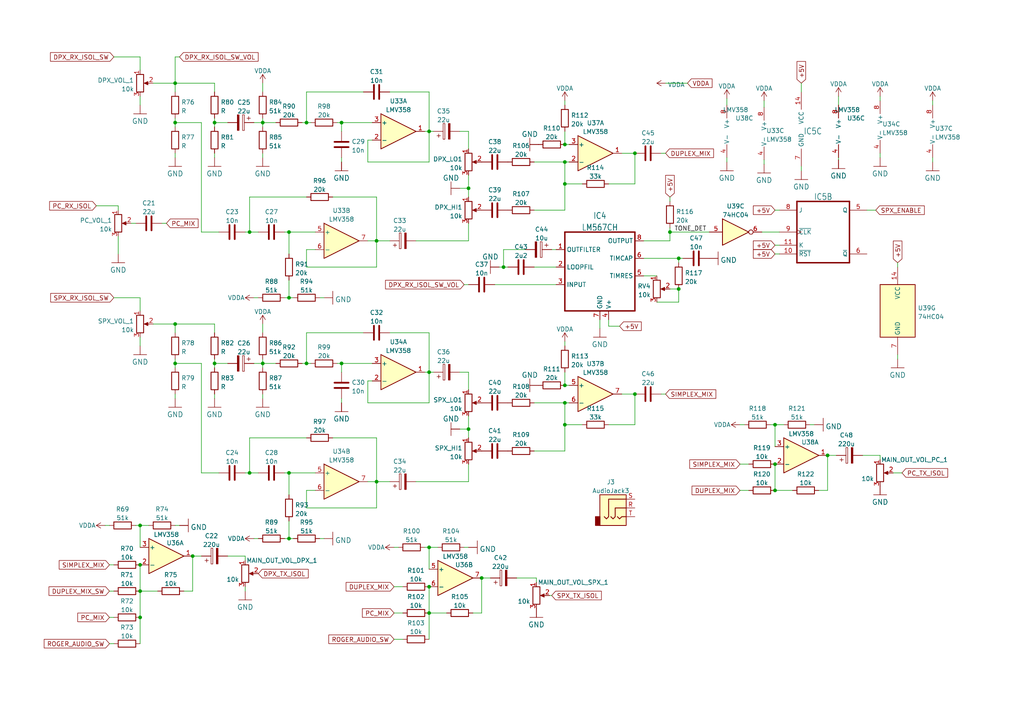
<source format=kicad_sch>
(kicad_sch (version 20211123) (generator eeschema)
  (paper "A4")
  (title_block (title "ParaCNTRL - FM repeater controller made of 74xx and analog") (date "2023-02-23") (rev "A") (company "ML Elektronika Mateusz Lubecki") (comment 1 "Analog audio filtering stuff"))
  (junction (at 135.89 124.46))
  (junction (at 40.64 163.83))
  (junction (at 163.83 123.19))
  (junction (at 83.82 86.36))
  (junction (at 50.8 105.41))
  (junction (at 72.39 137.16))
  (junction (at 163.83 41.91))
  (junction (at 196.85 74.93))
  (junction (at 163.83 53.34))
  (junction (at 40.64 171.45))
  (junction (at 163.83 111.76))
  (junction (at 146.05 77.47))
  (junction (at 88.9 105.41))
  (junction (at 83.82 137.16))
  (junction (at 76.2 35.56))
  (junction (at 240.03 132.08))
  (junction (at 124.46 177.8))
  (junction (at 83.82 67.31))
  (junction (at 50.8 93.98))
  (junction (at 55.88 161.29))
  (junction (at 124.46 158.75))
  (junction (at 124.46 38.1))
  (junction (at 72.39 67.31))
  (junction (at 40.64 152.4))
  (junction (at 135.89 54.61))
  (junction (at 184.15 114.3))
  (junction (at 83.82 156.21))
  (junction (at 50.8 35.56))
  (junction (at 163.83 46.99))
  (junction (at 99.06 35.56))
  (junction (at 76.2 105.41))
  (junction (at 224.79 123.19))
  (junction (at 124.46 170.18))
  (junction (at 109.22 69.85))
  (junction (at 88.9 35.56))
  (junction (at 109.22 139.7))
  (junction (at 194.31 67.31))
  (junction (at 62.23 35.56))
  (junction (at 40.64 179.07))
  (junction (at 50.8 24.13))
  (junction (at 139.7 167.64))
  (junction (at 224.79 142.24))
  (junction (at 62.23 105.41))
  (junction (at 184.15 44.45))
  (junction (at 99.06 105.41))
  (junction (at 163.83 116.84))
  (junction (at 196.85 83.82))
  (junction (at 224.79 134.62))
  (junction (at 124.46 107.95))
  (wire (pts (xy 186.69 69.85) (xy 194.31 69.85)))
  (wire (pts (xy 99.06 35.56) (xy 99.06 38.1)))
  (wire (pts (xy 255.27 44.45) (xy 255.27 45.72)))
  (wire (pts (xy 76.2 105.41) (xy 80.01 105.41)))
  (wire (pts (xy 114.3 170.18) (xy 116.84 170.18)))
  (wire (pts (xy 62.23 35.56) (xy 66.04 35.56)))
  (wire (pts (xy 163.83 29.21) (xy 163.83 30.48)))
  (wire (pts (xy 251.46 60.96) (xy 254 60.96)))
  (wire (pts (xy 196.85 87.63) (xy 196.85 83.82)))
  (wire (pts (xy 72.39 137.16) (xy 74.93 137.16)))
  (wire (pts (xy 176.53 94.615) (xy 179.705 94.615)))
  (wire (pts (xy 176.53 92.71) (xy 176.53 94.615)))
  (wire (pts (xy 134.62 158.75) (xy 135.89 158.75)))
  (wire (pts (xy 163.83 38.1) (xy 163.83 41.91)))
  (wire (pts (xy 31.75 163.83) (xy 33.02 163.83)))
  (wire (pts (xy 50.8 35.56) (xy 50.8 36.83)))
  (wire (pts (xy 76.2 105.41) (xy 73.66 105.41)))
  (wire (pts (xy 55.88 161.29) (xy 55.88 171.45)))
  (wire (pts (xy 113.03 26.67) (xy 124.46 26.67)))
  (wire (pts (xy 83.82 151.13) (xy 83.82 156.21)))
  (wire (pts (xy 50.8 93.98) (xy 50.8 96.52)))
  (wire (pts (xy 214.63 134.62) (xy 217.17 134.62)))
  (wire (pts (xy 163.83 53.34) (xy 168.91 53.34)))
  (wire (pts (xy 220.98 67.31) (xy 226.06 67.31)))
  (wire (pts (xy 124.46 170.18) (xy 124.46 177.8)))
  (wire (pts (xy 40.64 16.51) (xy 40.64 20.32)))
  (wire (pts (xy 194.31 67.31) (xy 194.31 66.04)))
  (wire (pts (xy 196.85 74.93) (xy 198.12 74.93)))
  (wire (pts (xy 250.19 132.08) (xy 255.27 132.08)))
  (wire (pts (xy 163.83 46.99) (xy 165.1 46.99)))
  (wire (pts (xy 30.48 152.4) (xy 31.75 152.4)))
  (wire (pts (xy 62.23 104.14) (xy 62.23 105.41)))
  (wire (pts (xy 259.08 137.16) (xy 261.62 137.16)))
  (wire (pts (xy 194.31 69.85) (xy 194.31 67.31)))
  (wire (pts (xy 62.23 105.41) (xy 66.04 105.41)))
  (wire (pts (xy 123.19 107.95) (xy 124.46 107.95)))
  (wire (pts (xy 53.34 171.45) (xy 55.88 171.45)))
  (wire (pts (xy 154.94 130.81) (xy 163.83 130.81)))
  (wire (pts (xy 88.9 77.47) (xy 109.22 77.47)))
  (wire (pts (xy 224.79 60.96) (xy 226.06 60.96)))
  (wire (pts (xy 40.64 86.36) (xy 40.64 90.17)))
  (wire (pts (xy 124.46 26.67) (xy 124.46 38.1)))
  (wire (pts (xy 76.2 93.98) (xy 76.2 96.52)))
  (wire (pts (xy 210.82 45.72) (xy 210.82 46.99)))
  (wire (pts (xy 72.39 127) (xy 72.39 137.16)))
  (wire (pts (xy 97.79 35.56) (xy 99.06 35.56)))
  (wire (pts (xy 109.22 57.15) (xy 109.22 69.85)))
  (wire (pts (xy 135.89 124.46) (xy 135.89 127)))
  (wire (pts (xy 96.52 57.15) (xy 109.22 57.15)))
  (wire (pts (xy 40.64 152.4) (xy 40.64 158.75)))
  (wire (pts (xy 107.95 110.49) (xy 106.68 110.49)))
  (wire (pts (xy 62.23 35.56) (xy 62.23 36.83)))
  (wire (pts (xy 62.23 105.41) (xy 62.23 106.68)))
  (wire (pts (xy 114.3 177.8) (xy 116.84 177.8)))
  (wire (pts (xy 123.19 38.1) (xy 124.46 38.1)))
  (wire (pts (xy 50.8 105.41) (xy 58.42 105.41)))
  (wire (pts (xy 120.65 139.7) (xy 135.89 139.7)))
  (wire (pts (xy 133.35 107.95) (xy 135.89 107.95)))
  (wire (pts (xy 243.205 27.94) (xy 243.205 30.48)))
  (wire (pts (xy 184.15 53.34) (xy 176.53 53.34)))
  (wire (pts (xy 133.35 124.46) (xy 135.89 124.46)))
  (wire (pts (xy 106.68 46.99) (xy 124.46 46.99)))
  (wire (pts (xy 96.52 127) (xy 109.22 127)))
  (wire (pts (xy 88.9 26.67) (xy 88.9 35.56)))
  (wire (pts (xy 186.69 80.01) (xy 190.5 80.01)))
  (wire (pts (xy 135.89 50.8) (xy 135.89 54.61)))
  (wire (pts (xy 27.94 59.69) (xy 34.29 59.69)))
  (wire (pts (xy 109.22 139.7) (xy 106.68 139.7)))
  (wire (pts (xy 76.2 24.13) (xy 76.2 26.67)))
  (wire (pts (xy 58.42 35.56) (xy 58.42 67.31)))
  (wire (pts (xy 214.63 123.19) (xy 215.9 123.19)))
  (wire (pts (xy 163.83 107.95) (xy 163.83 111.76)))
  (wire (pts (xy 76.2 44.45) (xy 76.2 45.72)))
  (wire (pts (xy 143.51 82.55) (xy 161.29 82.55)))
  (wire (pts (xy 40.64 171.45) (xy 45.72 171.45)))
  (wire (pts (xy 113.03 96.52) (xy 124.46 96.52)))
  (wire (pts (xy 154.94 77.47) (xy 161.29 77.47)))
  (wire (pts (xy 224.79 142.24) (xy 229.87 142.24)))
  (wire (pts (xy 31.75 186.69) (xy 33.02 186.69)))
  (wire (pts (xy 83.82 67.31) (xy 91.44 67.31)))
  (wire (pts (xy 55.88 161.29) (xy 58.42 161.29)))
  (wire (pts (xy 221.615 29.21) (xy 221.615 31.115)))
  (wire (pts (xy 106.68 116.84) (xy 124.46 116.84)))
  (wire (pts (xy 50.8 44.45) (xy 50.8 45.72)))
  (wire (pts (xy 133.35 38.1) (xy 135.89 38.1)))
  (wire (pts (xy 144.78 77.47) (xy 146.05 77.47)))
  (wire (pts (xy 114.3 158.75) (xy 115.57 158.75)))
  (wire (pts (xy 135.89 38.1) (xy 135.89 43.18)))
  (wire (pts (xy 76.2 104.14) (xy 76.2 105.41)))
  (wire (pts (xy 40.64 97.79) (xy 40.64 100.33)))
  (wire (pts (xy 180.34 44.45) (xy 184.15 44.45)))
  (wire (pts (xy 123.19 158.75) (xy 124.46 158.75)))
  (wire (pts (xy 83.82 86.36) (xy 82.55 86.36)))
  (wire (pts (xy 146.05 77.47) (xy 147.32 77.47)))
  (wire (pts (xy 180.34 114.3) (xy 184.15 114.3)))
  (wire (pts (xy 50.8 104.14) (xy 50.8 105.41)))
  (wire (pts (xy 224.79 123.19) (xy 224.79 129.54)))
  (wire (pts (xy 134.62 82.55) (xy 135.89 82.55)))
  (wire (pts (xy 255.27 132.08) (xy 255.27 133.35)))
  (wire (pts (xy 88.9 142.24) (xy 88.9 147.32)))
  (wire (pts (xy 72.39 67.31) (xy 74.93 67.31)))
  (wire (pts (xy 83.82 137.16) (xy 91.44 137.16)))
  (wire (pts (xy 194.31 83.82) (xy 196.85 83.82)))
  (wire (pts (xy 50.8 114.3) (xy 50.8 115.57)))
  (wire (pts (xy 196.85 74.93) (xy 196.85 76.2)))
  (wire (pts (xy 124.46 177.8) (xy 124.46 185.42)))
  (wire (pts (xy 71.12 67.31) (xy 72.39 67.31)))
  (wire (pts (xy 160.02 72.39) (xy 161.29 72.39)))
  (wire (pts (xy 154.94 60.96) (xy 163.83 60.96)))
  (wire (pts (xy 270.51 45.72) (xy 270.51 46.99)))
  (wire (pts (xy 58.42 137.16) (xy 63.5 137.16)))
  (wire (pts (xy 163.83 41.91) (xy 165.1 41.91)))
  (wire (pts (xy 88.9 57.15) (xy 72.39 57.15)))
  (wire (pts (xy 260.35 102.87) (xy 260.35 104.14)))
  (wire (pts (xy 73.66 86.36) (xy 74.93 86.36)))
  (wire (pts (xy 270.51 29.21) (xy 270.51 30.48)))
  (wire (pts (xy 214.63 142.24) (xy 217.17 142.24)))
  (wire (pts (xy 83.82 81.28) (xy 83.82 86.36)))
  (wire (pts (xy 107.95 40.64) (xy 106.68 40.64)))
  (wire (pts (xy 91.44 142.24) (xy 88.9 142.24)))
  (wire (pts (xy 71.12 137.16) (xy 72.39 137.16)))
  (wire (pts (xy 109.22 69.85) (xy 106.68 69.85)))
  (wire (pts (xy 243.205 45.72) (xy 243.205 46.355)))
  (wire (pts (xy 106.68 110.49) (xy 106.68 116.84)))
  (wire (pts (xy 232.41 48.26) (xy 232.41 49.53)))
  (wire (pts (xy 173.99 92.71) (xy 173.99 95.25)))
  (wire (pts (xy 163.83 99.06) (xy 163.83 100.33)))
  (wire (pts (xy 40.64 163.83) (xy 40.64 171.45)))
  (wire (pts (xy 83.82 156.21) (xy 85.09 156.21)))
  (wire (pts (xy 38.1 64.77) (xy 39.37 64.77)))
  (wire (pts (xy 240.03 132.08) (xy 240.03 142.24)))
  (wire (pts (xy 71.12 161.29) (xy 71.12 162.56)))
  (wire (pts (xy 76.2 35.56) (xy 80.01 35.56)))
  (wire (pts (xy 255.27 27.94) (xy 255.27 29.21)))
  (wire (pts (xy 186.69 74.93) (xy 196.85 74.93)))
  (wire (pts (xy 52.07 16.51) (xy 50.8 16.51)))
  (wire (pts (xy 232.41 24.13) (xy 232.41 26.67)))
  (wire (pts (xy 40.64 27.94) (xy 40.64 30.48)))
  (wire (pts (xy 137.16 177.8) (xy 139.7 177.8)))
  (wire (pts (xy 149.86 167.64) (xy 155.575 167.64)))
  (wire (pts (xy 163.83 60.96) (xy 163.83 53.34)))
  (wire (pts (xy 50.8 16.51) (xy 50.8 24.13)))
  (wire (pts (xy 99.06 105.41) (xy 99.06 107.95)))
  (wire (pts (xy 237.49 142.24) (xy 240.03 142.24)))
  (wire (pts (xy 50.8 24.13) (xy 50.8 26.67)))
  (wire (pts (xy 163.83 123.19) (xy 168.91 123.19)))
  (wire (pts (xy 58.42 105.41) (xy 58.42 137.16)))
  (wire (pts (xy 224.79 123.19) (xy 227.33 123.19)))
  (wire (pts (xy 62.23 34.29) (xy 62.23 35.56)))
  (wire (pts (xy 109.22 139.7) (xy 109.22 147.32)))
  (wire (pts (xy 39.37 152.4) (xy 40.64 152.4)))
  (wire (pts (xy 40.64 179.07) (xy 40.64 186.69)))
  (wire (pts (xy 66.04 161.29) (xy 71.12 161.29)))
  (wire (pts (xy 193.04 24.13) (xy 199.39 24.13)))
  (wire (pts (xy 224.79 71.12) (xy 226.06 71.12)))
  (wire (pts (xy 87.63 35.56) (xy 88.9 35.56)))
  (wire (pts (xy 99.06 115.57) (xy 99.06 116.84)))
  (wire (pts (xy 83.82 67.31) (xy 83.82 73.66)))
  (wire (pts (xy 223.52 123.19) (xy 224.79 123.19)))
  (wire (pts (xy 106.68 40.64) (xy 106.68 46.99)))
  (wire (pts (xy 260.35 76.2) (xy 260.35 77.47)))
  (wire (pts (xy 62.23 96.52) (xy 62.23 93.98)))
  (wire (pts (xy 46.99 64.77) (xy 48.26 64.77)))
  (wire (pts (xy 33.02 16.51) (xy 40.64 16.51)))
  (wire (pts (xy 109.22 69.85) (xy 109.22 77.47)))
  (wire (pts (xy 99.06 105.41) (xy 107.95 105.41)))
  (wire (pts (xy 44.45 93.98) (xy 50.8 93.98)))
  (wire (pts (xy 190.5 87.63) (xy 196.85 87.63)))
  (wire (pts (xy 135.89 107.95) (xy 135.89 113.03)))
  (wire (pts (xy 105.41 26.67) (xy 88.9 26.67)))
  (wire (pts (xy 163.83 130.81) (xy 163.83 123.19)))
  (wire (pts (xy 221.615 46.355) (xy 221.615 47.625)))
  (wire (pts (xy 33.02 86.36) (xy 40.64 86.36)))
  (wire (pts (xy 34.29 68.58) (xy 34.29 73.66)))
  (wire (pts (xy 124.46 107.95) (xy 125.73 107.95)))
  (wire (pts (xy 124.46 38.1) (xy 125.73 38.1)))
  (wire (pts (xy 105.41 96.52) (xy 88.9 96.52)))
  (wire (pts (xy 76.2 34.29) (xy 76.2 35.56)))
  (wire (pts (xy 92.71 156.21) (xy 93.98 156.21)))
  (wire (pts (xy 124.46 96.52) (xy 124.46 107.95)))
  (wire (pts (xy 91.44 72.39) (xy 88.9 72.39)))
  (wire (pts (xy 194.31 67.31) (xy 205.74 67.31)))
  (wire (pts (xy 163.83 116.84) (xy 165.1 116.84)))
  (wire (pts (xy 109.22 139.7) (xy 113.03 139.7)))
  (wire (pts (xy 83.82 156.21) (xy 82.55 156.21)))
  (wire (pts (xy 155.575 167.64) (xy 155.575 168.91)))
  (wire (pts (xy 34.29 59.69) (xy 34.29 60.96)))
  (wire (pts (xy 154.94 116.84) (xy 163.83 116.84)))
  (wire (pts (xy 76.2 35.56) (xy 73.66 35.56)))
  (wire (pts (xy 135.89 120.65) (xy 135.89 124.46)))
  (wire (pts (xy 31.75 179.07) (xy 33.02 179.07)))
  (wire (pts (xy 159.385 172.72) (xy 160.02 172.72)))
  (wire (pts (xy 184.15 44.45) (xy 184.15 53.34)))
  (wire (pts (xy 62.23 26.67) (xy 62.23 24.13)))
  (wire (pts (xy 194.31 57.15) (xy 194.31 58.42)))
  (wire (pts (xy 31.75 171.45) (xy 33.02 171.45)))
  (wire (pts (xy 88.9 147.32) (xy 109.22 147.32)))
  (wire (pts (xy 88.9 72.39) (xy 88.9 77.47)))
  (wire (pts (xy 135.89 139.7) (xy 135.89 134.62)))
  (wire (pts (xy 124.46 46.99) (xy 124.46 38.1)))
  (wire (pts (xy 163.83 111.76) (xy 165.1 111.76)))
  (wire (pts (xy 88.9 35.56) (xy 90.17 35.56)))
  (wire (pts (xy 73.66 156.21) (xy 74.93 156.21)))
  (wire (pts (xy 71.12 170.18) (xy 71.12 171.45)))
  (wire (pts (xy 76.2 105.41) (xy 76.2 106.68)))
  (wire (pts (xy 88.9 105.41) (xy 90.17 105.41)))
  (wire (pts (xy 72.39 57.15) (xy 72.39 67.31)))
  (wire (pts (xy 124.46 158.75) (xy 127 158.75)))
  (wire (pts (xy 76.2 35.56) (xy 76.2 36.83)))
  (wire (pts (xy 135.89 69.85) (xy 135.89 64.77)))
  (wire (pts (xy 76.2 114.3) (xy 76.2 115.57)))
  (wire (pts (xy 124.46 177.8) (xy 129.54 177.8)))
  (wire (pts (xy 124.46 158.75) (xy 124.46 165.1)))
  (wire (pts (xy 92.71 86.36) (xy 93.98 86.36)))
  (wire (pts (xy 62.23 44.45) (xy 62.23 45.72)))
  (wire (pts (xy 120.65 69.85) (xy 135.89 69.85)))
  (wire (pts (xy 109.22 69.85) (xy 113.03 69.85)))
  (wire (pts (xy 139.7 167.64) (xy 142.24 167.64)))
  (wire (pts (xy 99.06 35.56) (xy 107.95 35.56)))
  (wire (pts (xy 139.7 167.64) (xy 139.7 177.8)))
  (wire (pts (xy 154.94 46.99) (xy 163.83 46.99)))
  (wire (pts (xy 184.15 123.19) (xy 176.53 123.19)))
  (wire (pts (xy 87.63 105.41) (xy 88.9 105.41)))
  (wire (pts (xy 135.89 54.61) (xy 135.89 57.15)))
  (wire (pts (xy 82.55 67.31) (xy 83.82 67.31)))
  (wire (pts (xy 50.8 35.56) (xy 58.42 35.56)))
  (wire (pts (xy 152.4 72.39) (xy 146.05 72.39)))
  (wire (pts (xy 44.45 24.13) (xy 50.8 24.13)))
  (wire (pts (xy 50.8 105.41) (xy 50.8 106.68)))
  (wire (pts (xy 234.95 123.19) (xy 236.22 123.19)))
  (wire (pts (xy 163.83 53.34) (xy 163.83 46.99)))
  (wire (pts (xy 58.42 67.31) (xy 63.5 67.31)))
  (wire (pts (xy 62.23 114.3) (xy 62.23 115.57)))
  (wire (pts (xy 224.79 73.66) (xy 226.06 73.66)))
  (wire (pts (xy 240.03 132.08) (xy 242.57 132.08)))
  (wire (pts (xy 191.77 114.3) (xy 193.04 114.3)))
  (wire (pts (xy 88.9 127) (xy 72.39 127)))
  (wire (pts (xy 124.46 116.84) (xy 124.46 107.95)))
  (wire (pts (xy 133.35 54.61) (xy 135.89 54.61)))
  (wire (pts (xy 210.82 28.575) (xy 210.82 30.48)))
  (wire (pts (xy 50.8 93.98) (xy 62.23 93.98)))
  (wire (pts (xy 50.8 152.4) (xy 52.07 152.4)))
  (wire (pts (xy 184.15 114.3) (xy 184.15 123.19)))
  (wire (pts (xy 114.3 185.42) (xy 116.84 185.42)))
  (wire (pts (xy 50.8 34.29) (xy 50.8 35.56)))
  (wire (pts (xy 146.05 72.39) (xy 146.05 77.47)))
  (wire (pts (xy 97.79 105.41) (xy 99.06 105.41)))
  (wire (pts (xy 99.06 45.72) (xy 99.06 46.99)))
  (wire (pts (xy 163.83 123.19) (xy 163.83 116.84)))
  (wire (pts (xy 191.77 44.45) (xy 193.04 44.45)))
  (wire (pts (xy 40.64 152.4) (xy 43.18 152.4)))
  (wire (pts (xy 50.8 24.13) (xy 62.23 24.13)))
  (wire (pts (xy 224.79 134.62) (xy 224.79 142.24)))
  (wire (pts (xy 109.22 127) (xy 109.22 139.7)))
  (wire (pts (xy 83.82 137.16) (xy 83.82 143.51)))
  (wire (pts (xy 40.64 171.45) (xy 40.64 179.07)))
  (wire (pts (xy 82.55 137.16) (xy 83.82 137.16)))
  (wire (pts (xy 83.82 86.36) (xy 85.09 86.36)))
  (wire (pts (xy 88.9 96.52) (xy 88.9 105.41)))
  (label "TONE_DET" (at 195.58 67.31 0))
  (global_label "+5V" (shape input) (at 224.79 71.12 180) (property "Intersheet References" "${INTERSHEET_REFS}" (effects hide)))
  (global_label "+5V" (shape input) (at 224.79 73.66 180) (property "Intersheet References" "${INTERSHEET_REFS}" (effects hide)))
  (global_label "SPX_RX_ISOL_SW" (shape input) (at 33.02 86.36 180) (property "Intersheet References" "${INTERSHEET_REFS}" (effects hide)))
  (global_label "PC_MIX" (shape input) (at 31.75 179.07 180) (property "Intersheet References" "${INTERSHEET_REFS}" (effects hide)))
  (global_label "SIMPLEX_MIX" (shape input) (at 214.63 134.62 180) (property "Intersheet References" "${INTERSHEET_REFS}" (effects hide)))
  (global_label "+5V" (shape input) (at 232.41 24.13 90) (property "Intersheet References" "${INTERSHEET_REFS}" (effects hide)))
  (global_label "SPX_TX_ISOL" (shape input) (at 160.02 172.72 0) (property "Intersheet References" "${INTERSHEET_REFS}" (effects hide)))
  (global_label "DUPLEX_MIX_SW" (shape input) (at 31.75 171.45 180) (property "Intersheet References" "${INTERSHEET_REFS}" (effects hide)))
  (global_label "DPX_RX_ISOL_SW_VOL" (shape input) (at 52.07 16.51 0) (property "Intersheet References" "${INTERSHEET_REFS}" (effects hide)))
  (global_label "DUPLEX_MIX" (shape input) (at 114.3 170.18 180) (property "Intersheet References" "${INTERSHEET_REFS}" (effects hide)))
  (global_label "PC_MIX" (shape input) (at 114.3 177.8 180) (property "Intersheet References" "${INTERSHEET_REFS}" (effects hide)))
  (global_label "DUPLEX_MIX" (shape input) (at 193.04 44.45 0) (property "Intersheet References" "${INTERSHEET_REFS}" (effects hide)))
  (global_label "ROGER_AUDIO_SW" (shape input) (at 114.3 185.42 180) (property "Intersheet References" "${INTERSHEET_REFS}" (effects hide)))
  (global_label "DPX_RX_ISOL_SW" (shape input) (at 33.02 16.51 180) (property "Intersheet References" "${INTERSHEET_REFS}" (effects hide)))
  (global_label "+5V" (shape input) (at 260.35 76.2 90) (property "Intersheet References" "${INTERSHEET_REFS}" (effects hide)))
  (global_label "PC_RX_ISOL" (shape input) (at 27.94 59.69 180) (property "Intersheet References" "${INTERSHEET_REFS}" (effects hide)))
  (global_label "SIMPLEX_MIX" (shape input) (at 193.04 114.3 0) (property "Intersheet References" "${INTERSHEET_REFS}" (effects hide)))
  (global_label "SPX_ENABLE" (shape input) (at 254 60.96 0) (property "Intersheet References" "${INTERSHEET_REFS}" (effects hide)))
  (global_label "+5V" (shape input) (at 179.705 94.615 0) (property "Intersheet References" "${INTERSHEET_REFS}" (effects hide)))
  (global_label "ROGER_AUDIO_SW" (shape input) (at 31.75 186.69 180) (property "Intersheet References" "${INTERSHEET_REFS}" (effects hide)))
  (global_label "DUPLEX_MIX" (shape input) (at 214.63 142.24 180) (property "Intersheet References" "${INTERSHEET_REFS}" (effects hide)))
  (global_label "VDDA" (shape input) (at 199.39 24.13 0) (property "Intersheet References" "${INTERSHEET_REFS}" (effects hide)))
  (global_label "SIMPLEX_MIX" (shape input) (at 31.75 163.83 180) (property "Intersheet References" "${INTERSHEET_REFS}" (effects hide)))
  (global_label "PC_MIX" (shape input) (at 48.26 64.77 0) (property "Intersheet References" "${INTERSHEET_REFS}" (effects hide)))
  (global_label "DPX_TX_ISOL" (shape input) (at 74.93 166.37 0) (property "Intersheet References" "${INTERSHEET_REFS}" (effects hide)))
  (global_label "+5V" (shape input) (at 224.79 60.96 180) (property "Intersheet References" "${INTERSHEET_REFS}" (effects hide)))
  (global_label "DPX_RX_ISOL_SW_VOL" (shape input) (at 134.62 82.55 180) (property "Intersheet References" "${INTERSHEET_REFS}" (effects hide)))
  (global_label "+5V" (shape input) (at 194.31 57.15 90) (property "Intersheet References" "${INTERSHEET_REFS}" (effects hide)))
  (global_label "PC_TX_ISOL" (shape input) (at 261.62 137.16 0) (property "Intersheet References" "${INTERSHEET_REFS}" (effects hide)))
  (symbol (lib_id "74xx:74HC04") (at 213.36 67.31 0) (unit 3)
    (property "Reference" "U39" (at 213.36 59.8002 0))
    (property "Value" "74HC04" (at 213.36 62.3371 0))
    (property "Footprint" "Package_SO:SOIC-14_3.9x8.7mm_P1.27mm" (effects hide))
    (property "Datasheet" "https://assets.nexperia.com/documents/data-sheet/74HC_HCT04.pdf" (effects hide))
  )
  (symbol (lib_id "paratnc_cp_import:GND") (at 99.06 49.53 0) (unit 1)
    (property "Reference" "#GND086" (effects hide))
    (property "Value" "GND" (at 99.06 51.6388 0) (effects (font (size 1.4986 1.4986))))
  )
  (symbol (lib_id "Connector:AudioJack3") (at 179.07 147.32 0) (unit 1)
    (property "Reference" "J3" (at 177.165 139.8102 0))
    (property "Value" "AudioJack3" (at 177.165 142.3471 0))
    (property "Footprint" "Connector_Audio:Jack_3.5mm_Lumberg_1503_07_Horizontal" (effects hide))
  )
  (symbol (lib_id "Device:C_Polarized") (at 62.23 161.29 90) (unit 1)
    (property "Reference" "C22" (at 61.341 155.4312 90))
    (property "Value" "220u" (at 61.341 157.9681 90))
    (property "Footprint" "Capacitor_Tantalum_SMD:CP_EIA-3528-21_Kemet-B_Pad1.50x2.35mm_HandSolder" (effects hide))
  )
  (symbol (lib_id "Device:R") (at 50.8 30.48 0) (unit 1)
    (property "Reference" "R76" (at 52.578 29.6453 0) (effects (justify left)))
    (property "Value" "R" (at 52.578 32.1822 0) (effects (justify left)))
    (property "Footprint" "Resistor_SMD:R_0805_2012Metric_Pad1.20x1.40mm_HandSolder" (effects hide))
  )
  (symbol (lib_id "Device:R") (at 78.74 156.21 270) (unit 1)
    (property "Reference" "R89" (at 78.74 151.4942 90))
    (property "Value" "51k" (at 78.74 154.0311 90))
    (property "Footprint" "Resistor_SMD:R_0805_2012Metric_Pad1.20x1.40mm_HandSolder" (effects hide))
  )
  (symbol (lib_id "Device:R") (at 36.83 163.83 90) (unit 1)
    (property "Reference" "R70" (at 36.83 159.1142 90))
    (property "Value" "10k" (at 36.83 161.6511 90))
    (property "Footprint" "Resistor_SMD:R_0805_2012Metric_Pad1.20x1.40mm_HandSolder" (effects hide))
  )
  (symbol (lib_id "power:VDDA") (at 243.205 27.94 0) (unit 1)
    (property "Reference" "#PWR0103" (effects hide))
    (property "Value" "VDDA" (at 243.205 24.3642 0))
  )
  (symbol (lib_id "Amplifier_Operational:LMV358") (at 273.05 38.1 0) (unit 3)
    (property "Reference" "U37" (at 271.145 37.2653 0) (effects (justify left)))
    (property "Value" "LMV358" (at 271.145 39.8022 0) (effects (justify left)))
    (property "Footprint" "Package_SO:SOIC-8_3.9x4.9mm_P1.27mm" (effects hide))
    (property "Datasheet" "http://www.ti.com/lit/ds/symlink/lmv324.pdf" (effects hide))
  )
  (symbol (lib_id "Device:C_Polarized") (at 246.38 132.08 90) (unit 1)
    (property "Reference" "C48" (at 245.491 126.2212 90))
    (property "Value" "220u" (at 245.491 128.7581 90))
    (property "Footprint" "Capacitor_Tantalum_SMD:CP_EIA-3528-21_Kemet-B_Pad1.50x2.35mm_HandSolder" (effects hide))
  )
  (symbol (lib_id "Device:R") (at 50.8 40.64 0) (unit 1)
    (property "Reference" "R77" (at 52.578 39.8053 0) (effects (justify left)))
    (property "Value" "R" (at 52.578 42.3422 0) (effects (justify left)))
    (property "Footprint" "Resistor_SMD:R_0805_2012Metric_Pad1.20x1.40mm_HandSolder" (effects hide))
  )
  (symbol (lib_id "Amplifier_Operational:LMV358") (at 213.36 38.1 0) (unit 3)
    (property "Reference" "U38" (at 215.9 34.29 0))
    (property "Value" "LMV358" (at 213.36 31.8571 0))
    (property "Footprint" "Package_SO:SOIC-8_3.9x4.9mm_P1.27mm" (effects hide))
    (property "Datasheet" "http://www.ti.com/lit/ds/symlink/lmv324.pdf" (effects hide))
  )
  (symbol (lib_id "Device:R") (at 151.13 46.99 90) (unit 1)
    (property "Reference" "R106" (at 151.13 42.2742 90))
    (property "Value" "20k" (at 151.13 44.8111 90))
    (property "Footprint" "Resistor_SMD:R_0805_2012Metric_Pad1.20x1.40mm_HandSolder" (effects hide))
  )
  (symbol (lib_id "paratnc_cp_import:GND") (at 142.24 77.47 270) (unit 1)
    (property "Reference" "#GND091" (effects hide))
    (property "Value" "GND" (at 142.24 74.4798 90) (effects (font (size 1.4986 1.4986))))
  )
  (symbol (lib_id "Device:R") (at 36.83 179.07 90) (unit 1)
    (property "Reference" "R72" (at 36.83 174.3542 90))
    (property "Value" "10k" (at 36.83 176.8911 90))
    (property "Footprint" "Resistor_SMD:R_0805_2012Metric_Pad1.20x1.40mm_HandSolder" (effects hide))
  )
  (symbol (lib_id "Device:R") (at 196.85 80.01 180) (unit 1)
    (property "Reference" "R117" (at 198.628 79.1753 0) (effects (justify right)))
    (property "Value" "20k" (at 198.628 81.7122 0) (effects (justify right)))
    (property "Footprint" "Resistor_SMD:R_0805_2012Metric_Pad1.20x1.40mm_HandSolder" (effects hide))
  )
  (symbol (lib_id "Device:R") (at 35.56 152.4 90) (unit 1)
    (property "Reference" "R69" (at 35.56 147.6842 90))
    (property "Value" "51k" (at 35.56 150.2211 90))
    (property "Footprint" "Resistor_SMD:R_0805_2012Metric_Pad1.20x1.40mm_HandSolder" (effects hide))
  )
  (symbol (lib_id "Device:C") (at 99.06 111.76 180) (unit 1)
    (property "Reference" "C30" (at 101.981 110.9253 0) (effects (justify right)))
    (property "Value" "10n" (at 101.981 113.4622 0) (effects (justify right)))
    (property "Footprint" "Capacitor_SMD:C_0805_2012Metric_Pad1.18x1.45mm_HandSolder" (effects hide))
  )
  (symbol (lib_id "paratnc_cp_import:GND") (at 208.28 74.93 90) (unit 1)
    (property "Reference" "#GND096" (effects hide))
    (property "Value" "GND" (at 208.915 75.4418 90) (effects (font (size 1.4986 1.4986)) (justify right)))
  )
  (symbol (lib_id "Device:R") (at 233.68 142.24 90) (unit 1)
    (property "Reference" "R122" (at 233.68 137.5242 90))
    (property "Value" "10k" (at 233.68 140.0611 90))
    (property "Footprint" "Resistor_SMD:R_0805_2012Metric_Pad1.20x1.40mm_HandSolder" (effects hide))
  )
  (symbol (lib_id "paratnc_cp_import:GND") (at 76.2 48.26 0) (unit 1)
    (property "Reference" "#GND082" (effects hide))
    (property "Value" "GND" (at 76.2 50.3688 0) (effects (font (size 1.4986 1.4986))))
  )
  (symbol (lib_id "Device:C_Polarized") (at 156.21 72.39 270) (unit 1)
    (property "Reference" "C44" (at 157.099 66.5312 90))
    (property "Value" "10u" (at 157.099 69.0681 90))
    (property "Footprint" "Capacitor_Tantalum_SMD:CP_EIA-3528-21_Kemet-B_Pad1.50x2.35mm_HandSolder" (effects hide))
  )
  (symbol (lib_id "power:VDDA") (at 210.82 28.575 0) (unit 1)
    (property "Reference" "#PWR0101" (effects hide))
    (property "Value" "VDDA" (at 210.82 24.9992 0))
  )
  (symbol (lib_id "paratnc_cp_import:GND") (at 50.8 48.26 0) (unit 1)
    (property "Reference" "#GND076" (effects hide))
    (property "Value" "GND" (at 50.8 50.3688 0) (effects (font (size 1.4986 1.4986))))
  )
  (symbol (lib_id "Device:C_Polarized") (at 116.84 69.85 90) (unit 1)
    (property "Reference" "C33" (at 115.951 63.9912 90))
    (property "Value" "22u" (at 115.951 66.5281 90))
    (property "Footprint" "Capacitor_Tantalum_SMD:CP_EIA-3528-21_Kemet-B_Pad1.50x2.35mm_HandSolder" (effects hide))
  )
  (symbol (lib_id "Device:C") (at 99.06 41.91 180) (unit 1)
    (property "Reference" "C29" (at 101.981 41.0753 0) (effects (justify right)))
    (property "Value" "10n" (at 101.981 43.6122 0) (effects (justify right)))
    (property "Footprint" "Capacitor_SMD:C_0805_2012Metric_Pad1.18x1.45mm_HandSolder" (effects hide))
  )
  (symbol (lib_id "Device:R") (at 120.65 177.8 90) (unit 1)
    (property "Reference" "R102" (at 120.65 173.0842 90))
    (property "Value" "10k" (at 120.65 175.6211 90))
    (property "Footprint" "Resistor_SMD:R_0805_2012Metric_Pad1.20x1.40mm_HandSolder" (effects hide))
  )
  (symbol (lib_id "Device:C") (at 109.22 96.52 90) (unit 1)
    (property "Reference" "C32" (at 109.22 90.6612 90))
    (property "Value" "10n" (at 109.22 93.1981 90))
    (property "Footprint" "Capacitor_SMD:C_0805_2012Metric_Pad1.18x1.45mm_HandSolder" (effects hide))
  )
  (symbol (lib_id "power:VDDA") (at 73.66 156.21 90) (unit 1)
    (property "Reference" "#PWR058" (effects hide))
    (property "Value" "VDDA" (at 66.04 156.21 90) (effects (justify right)))
  )
  (symbol (lib_id "power:VDDA") (at 73.66 86.36 90) (unit 1)
    (property "Reference" "#PWR057" (effects hide))
    (property "Value" "VDDA" (at 66.04 86.36 90) (effects (justify right)))
  )
  (symbol (lib_id "Device:R") (at 49.53 171.45 90) (unit 1)
    (property "Reference" "R75" (at 49.53 166.7342 90))
    (property "Value" "10k" (at 49.53 169.2711 90))
    (property "Footprint" "Resistor_SMD:R_0805_2012Metric_Pad1.20x1.40mm_HandSolder" (effects hide))
  )
  (symbol (lib_id "power:VDDA") (at 114.3 158.75 90) (unit 1)
    (property "Reference" "#PWR061" (effects hide))
    (property "Value" "VDDA" (at 106.68 158.75 90) (effects (justify right)))
  )
  (symbol (lib_id "Device:R_Potentiometer") (at 155.575 172.72 0) (unit 1)
    (property "Reference" "MAIN_OUT_VOL_SPX_1" (at 176.53 168.91 0) (effects (justify right)))
    (property "Value" "10k" (at 153.7971 174.4222 0) (effects (justify right)))
    (property "Footprint" "Potentiometer_THT:Potentiometer_Alps_RK163_Single_Horizontal" (effects hide))
  )
  (symbol (lib_id "sterownik_eagle_import:LM567CH") (at 173.99 82.55 0) (unit 1)
    (property "Reference" "IC4" (at 173.99 62.5674 0) (effects (font (size 1.778 1.5113))))
    (property "Value" "LM567CH" (at 173.99 65.9674 0) (effects (font (size 1.778 1.5113))))
    (property "Footprint" "Package_SO:SOIC-8_3.9x4.9mm_P1.27mm" (effects hide))
  )
  (symbol (lib_id "Amplifier_Operational:LMV358") (at 172.72 44.45 0) (unit 1)
    (property "Reference" "U37" (at 172.72 35.6702 0))
    (property "Value" "LMV358" (at 172.72 38.2071 0))
    (property "Footprint" "Package_SO:SOIC-8_3.9x4.9mm_P1.27mm" (effects hide))
    (property "Datasheet" "http://www.ti.com/lit/ds/symlink/lmv324.pdf" (effects hide))
  )
  (symbol (lib_id "power:VDDA") (at 76.2 24.13 0) (unit 1)
    (property "Reference" "#PWR059" (effects hide))
    (property "Value" "VDDA" (at 76.2 20.5542 0))
  )
  (symbol (lib_id "Device:R") (at 220.98 142.24 90) (unit 1)
    (property "Reference" "R120" (at 220.98 137.5242 90))
    (property "Value" "10k" (at 220.98 140.0611 90))
    (property "Footprint" "Resistor_SMD:R_0805_2012Metric_Pad1.20x1.40mm_HandSolder" (effects hide))
  )
  (symbol (lib_id "Device:R") (at 83.82 35.56 90) (unit 1)
    (property "Reference" "R90" (at 83.82 30.8442 90))
    (property "Value" "20k" (at 83.82 33.3811 90))
    (property "Footprint" "Resistor_SMD:R_0805_2012Metric_Pad1.20x1.40mm_HandSolder" (effects hide))
  )
  (symbol (lib_id "paratnc_cp_import:GND") (at 96.52 86.36 90) (unit 1)
    (property "Reference" "#GND084" (effects hide))
    (property "Value" "GND" (at 97.155 86.8718 90) (effects (font (size 1.4986 1.4986)) (justify right)))
  )
  (symbol (lib_id "Device:C") (at 143.51 46.99 90) (unit 1)
    (property "Reference" "C38" (at 143.51 41.1312 90))
    (property "Value" "22u" (at 143.51 43.6681 90))
    (property "Footprint" "Capacitor_SMD:C_1206_3216Metric_Pad1.33x1.80mm_HandSolder" (effects hide))
  )
  (symbol (lib_id "Device:C") (at 78.74 137.16 270) (unit 1)
    (property "Reference" "C28" (at 78.74 131.3012 90))
    (property "Value" "10n" (at 78.74 133.8381 90))
    (property "Footprint" "Capacitor_SMD:C_0805_2012Metric_Pad1.18x1.45mm_HandSolder" (effects hide))
  )
  (symbol (lib_id "Device:R") (at 219.71 123.19 90) (unit 1)
    (property "Reference" "R118" (at 219.71 118.4742 90))
    (property "Value" "51k" (at 219.71 121.0111 90))
    (property "Footprint" "Resistor_SMD:R_0805_2012Metric_Pad1.20x1.40mm_HandSolder" (effects hide))
  )
  (symbol (lib_id "Device:R") (at 93.98 35.56 90) (unit 1)
    (property "Reference" "R98" (at 93.98 30.8442 90))
    (property "Value" "20k" (at 93.98 33.3811 90))
    (property "Footprint" "Resistor_SMD:R_0805_2012Metric_Pad1.20x1.40mm_HandSolder" (effects hide))
  )
  (symbol (lib_id "Device:R") (at 130.81 158.75 90) (unit 1)
    (property "Reference" "R104" (at 130.81 154.0342 90))
    (property "Value" "51k" (at 130.81 156.5711 90))
    (property "Footprint" "Resistor_SMD:R_0805_2012Metric_Pad1.20x1.40mm_HandSolder" (effects hide))
  )
  (symbol (lib_id "Device:R_Potentiometer") (at 135.89 60.96 0) (unit 1)
    (property "Reference" "DPX_HI1" (at 134.1121 60.1253 0) (effects (justify right)))
    (property "Value" "10k" (at 134.1121 62.6622 0) (effects (justify right)))
    (property "Footprint" "potentiometers:Potentiometer_SRpassives_1028F" (effects hide))
  )
  (symbol (lib_id "Device:C") (at 187.96 114.3 90) (unit 1)
    (property "Reference" "C46" (at 187.96 108.4412 90))
    (property "Value" "22u" (at 187.96 110.9781 90))
    (property "Footprint" "Capacitor_SMD:C_1206_3216Metric_Pad1.33x1.80mm_HandSolder" (effects hide))
  )
  (symbol (lib_id "Device:R") (at 120.65 170.18 90) (unit 1)
    (property "Reference" "R101" (at 120.65 165.4642 90))
    (property "Value" "10k" (at 120.65 168.0011 90))
    (property "Footprint" "Resistor_SMD:R_0805_2012Metric_Pad1.20x1.40mm_HandSolder" (effects hide))
  )
  (symbol (lib_id "Amplifier_Operational:LMV358") (at 115.57 38.1 0) (unit 1)
    (property "Reference" "U33" (at 115.57 29.3202 0))
    (property "Value" "LMV358" (at 115.57 31.8571 0))
    (property "Footprint" "Package_SO:SOIC-8_3.9x4.9mm_P1.27mm" (effects hide))
    (property "Datasheet" "http://www.ti.com/lit/ds/symlink/lmv324.pdf" (effects hide))
  )
  (symbol (lib_id "paratnc_cp_import:GND") (at 34.29 76.2 0) (unit 1)
    (property "Reference" "#GND073" (effects hide))
    (property "Value" "GND" (at 34.29 78.3088 0) (effects (font (size 1.4986 1.4986))))
  )
  (symbol (lib_id "paratnc_cp_import:GND") (at 270.51 49.53 0) (unit 1)
    (property "Reference" "#GND0103" (effects hide))
    (property "Value" "GND" (at 270.51 51.6388 0) (effects (font (size 1.4986 1.4986))))
  )
  (symbol (lib_id "paratnc_cp_import:GND") (at 238.76 123.19 90) (unit 1)
    (property "Reference" "#GND098" (effects hide))
    (property "Value" "GND" (at 239.395 123.7018 90) (effects (font (size 1.4986 1.4986)) (justify right)))
  )
  (symbol (lib_id "Device:R") (at 163.83 34.29 180) (unit 1)
    (property "Reference" "R112" (at 165.608 33.4553 0) (effects (justify right)))
    (property "Value" "20k" (at 165.608 35.9922 0) (effects (justify right)))
    (property "Footprint" "Resistor_SMD:R_0805_2012Metric_Pad1.20x1.40mm_HandSolder" (effects hide))
  )
  (symbol (lib_id "Amplifier_Operational:LMV358") (at 172.72 114.3 0) (unit 2)
    (property "Reference" "U37" (at 172.72 105.5202 0))
    (property "Value" "LMV358" (at 172.72 108.0571 0))
    (property "Footprint" "Package_SO:SOIC-8_3.9x4.9mm_P1.27mm" (effects hide))
    (property "Datasheet" "http://www.ti.com/lit/ds/symlink/lmv324.pdf" (effects hide))
  )
  (symbol (lib_id "Device:R_Potentiometer") (at 40.64 24.13 0) (unit 1)
    (property "Reference" "DPX_VOL_1" (at 38.862 23.2953 0) (effects (justify right)))
    (property "Value" "10k" (at 38.862 25.8322 0) (effects (justify right)))
    (property "Footprint" "potentiometers:Potentiometer_SRpassives_1028F" (effects hide))
  )
  (symbol (lib_id "Device:R") (at 172.72 123.19 90) (unit 1)
    (property "Reference" "R115" (at 172.72 118.4742 90))
    (property "Value" "33k" (at 172.72 121.0111 90))
    (property "Footprint" "Resistor_SMD:R_0805_2012Metric_Pad1.20x1.40mm_HandSolder" (effects hide))
  )
  (symbol (lib_id "Device:R") (at 163.83 104.14 180) (unit 1)
    (property "Reference" "R113" (at 165.608 103.3053 0) (effects (justify right)))
    (property "Value" "20k" (at 165.608 105.8422 0) (effects (justify right)))
    (property "Footprint" "Resistor_SMD:R_0805_2012Metric_Pad1.20x1.40mm_HandSolder" (effects hide))
  )
  (symbol (lib_id "Device:C_Polarized") (at 116.84 139.7 90) (unit 1)
    (property "Reference" "C34" (at 115.951 133.8412 90))
    (property "Value" "22u" (at 115.951 136.3781 90))
    (property "Footprint" "Capacitor_Tantalum_SMD:CP_EIA-3528-21_Kemet-B_Pad1.50x2.35mm_HandSolder" (effects hide))
  )
  (symbol (lib_id "Device:C") (at 67.31 137.16 270) (unit 1)
    (property "Reference" "C24" (at 67.31 131.3012 90))
    (property "Value" "10n" (at 67.31 133.8381 90))
    (property "Footprint" "Capacitor_SMD:C_0805_2012Metric_Pad1.18x1.45mm_HandSolder" (effects hide))
  )
  (symbol (lib_id "power:VDDA") (at 76.2 93.98 0) (unit 1)
    (property "Reference" "#PWR060" (effects hide))
    (property "Value" "VDDA" (at 76.2 90.4042 0))
  )
  (symbol (lib_id "Device:R") (at 231.14 123.19 90) (unit 1)
    (property "Reference" "R121" (at 231.14 118.4742 90))
    (property "Value" "51k" (at 231.14 121.0111 90))
    (property "Footprint" "Resistor_SMD:R_0805_2012Metric_Pad1.20x1.40mm_HandSolder" (effects hide))
  )
  (symbol (lib_id "Device:R_Potentiometer") (at 135.89 46.99 0) (unit 1)
    (property "Reference" "DPX_LO1" (at 134.112 46.1553 0) (effects (justify right)))
    (property "Value" "10k" (at 134.112 48.6922 0) (effects (justify right)))
    (property "Footprint" "potentiometers:Potentiometer_SRpassives_1028F" (effects hide))
  )
  (symbol (lib_id "Device:C") (at 143.51 60.96 90) (unit 1)
    (property "Reference" "C39" (at 143.51 55.1012 90))
    (property "Value" "22u" (at 143.51 57.6381 90))
    (property "Footprint" "Capacitor_SMD:C_1206_3216Metric_Pad1.33x1.80mm_HandSolder" (effects hide))
  )
  (symbol (lib_id "jk_flipflop:74HC107D") (at 238.76 68.58 0) (unit 2)
    (property "Reference" "IC5" (at 238.76 57.0774 0) (effects (font (size 1.778 1.5113))))
    (property "Value" "74HC107D" (effects hide))
    (property "Footprint" "Package_SO:SO-14_3.9x8.65mm_P1.27mm" (effects hide))
    (property "Datasheet" "https://assets.nexperia.com/documents/data-sheet/74HC_HCT107.pdf" (effects hide))
  )
  (symbol (lib_id "power:VDDA") (at 221.615 29.21 0) (unit 1)
    (property "Reference" "#PWR0102" (effects hide))
    (property "Value" "VDDA" (at 221.615 25.6342 0))
  )
  (symbol (lib_id "Device:C") (at 151.13 77.47 90) (unit 1)
    (property "Reference" "C43" (at 151.13 71.6112 90))
    (property "Value" "2u2" (at 151.13 74.1481 90))
    (property "Footprint" "Capacitor_SMD:C_0805_2012Metric_Pad1.18x1.45mm_HandSolder" (effects hide))
  )
  (symbol (lib_id "Device:R_Potentiometer") (at 40.64 93.98 0) (unit 1)
    (property "Reference" "SPX_VOL_1" (at 38.862 93.1453 0) (effects (justify right)))
    (property "Value" "10k" (at 38.862 95.6822 0) (effects (justify right)))
    (property "Footprint" "potentiometers:Potentiometer_SRpassives_1028F" (effects hide))
  )
  (symbol (lib_id "Device:C") (at 139.7 82.55 90) (unit 1)
    (property "Reference" "C37" (at 139.7 76.6912 90))
    (property "Value" "10n" (at 139.7 79.2281 90))
    (property "Footprint" "Capacitor_SMD:C_0805_2012Metric_Pad1.18x1.45mm_HandSolder" (effects hide))
  )
  (symbol (lib_id "paratnc_cp_import:GND") (at 243.205 48.895 0) (unit 1)
    (property "Reference" "#GND0106" (effects hide))
    (property "Value" "GND" (at 243.205 51.0038 0) (effects (font (size 1.4986 1.4986))))
  )
  (symbol (lib_id "Device:R") (at 46.99 152.4 90) (unit 1)
    (property "Reference" "R74" (at 46.99 147.6842 90))
    (property "Value" "51k" (at 46.99 150.2211 90))
    (property "Footprint" "Resistor_SMD:R_0805_2012Metric_Pad1.20x1.40mm_HandSolder" (effects hide))
  )
  (symbol (lib_id "Device:R_Potentiometer") (at 135.89 130.81 0) (unit 1)
    (property "Reference" "SPX_HI1" (at 134.112 129.9753 0) (effects (justify right)))
    (property "Value" "10k" (at 134.112 132.5122 0) (effects (justify right)))
    (property "Footprint" "potentiometers:Potentiometer_SRpassives_1028F" (effects hide))
  )
  (symbol (lib_id "Amplifier_Operational:LMV358") (at 48.26 161.29 0) (unit 1)
    (property "Reference" "U36" (at 50.8 157.48 0))
    (property "Value" "LMV358" (at 48.26 155.0471 0))
    (property "Footprint" "Package_SO:SOIC-8_3.9x4.9mm_P1.27mm" (effects hide))
    (property "Datasheet" "http://www.ti.com/lit/ds/symlink/lmv324.pdf" (effects hide))
  )
  (symbol (lib_id "Device:C") (at 67.31 67.31 270) (unit 1)
    (property "Reference" "C23" (at 67.31 61.4512 90))
    (property "Value" "10n" (at 67.31 63.9881 90))
    (property "Footprint" "Capacitor_SMD:C_0805_2012Metric_Pad1.18x1.45mm_HandSolder" (effects hide))
  )
  (symbol (lib_id "Amplifier_Operational:LMV358") (at 99.06 139.7 0) (unit 2)
    (property "Reference" "U34" (at 99.06 130.9202 0))
    (property "Value" "LMV358" (at 99.06 133.4571 0))
    (property "Footprint" "Package_SO:SOIC-8_3.9x4.9mm_P1.27mm" (effects hide))
    (property "Datasheet" "http://www.ti.com/lit/ds/symlink/lmv324.pdf" (effects hide))
  )
  (symbol (lib_id "Amplifier_Operational:LMV358") (at 232.41 132.08 0) (unit 1)
    (property "Reference" "U38" (at 234.95 128.27 0))
    (property "Value" "LMV358" (at 232.41 125.8371 0))
    (property "Footprint" "Package_SO:SOIC-8_3.9x4.9mm_P1.27mm" (effects hide))
    (property "Datasheet" "http://www.ti.com/lit/ds/symlink/lmv324.pdf" (effects hide))
  )
  (symbol (lib_id "power:VDDA") (at 270.51 29.21 0) (unit 1)
    (property "Reference" "#PWR076" (effects hide))
    (property "Value" "VDDA" (at 270.51 25.6342 0))
  )
  (symbol (lib_id "power:VDDA") (at 214.63 123.19 90) (unit 1)
    (property "Reference" "#PWR067" (effects hide))
    (property "Value" "VDDA" (at 207.01 123.19 90) (effects (justify right)))
  )
  (symbol (lib_id "Device:R") (at 93.98 105.41 90) (unit 1)
    (property "Reference" "R99" (at 93.98 100.6942 90))
    (property "Value" "20k" (at 93.98 103.2311 90))
    (property "Footprint" "Resistor_SMD:R_0805_2012Metric_Pad1.20x1.40mm_HandSolder" (effects hide))
  )
  (symbol (lib_id "paratnc_cp_import:GND") (at 71.12 173.99 0) (unit 1)
    (property "Reference" "#GND081" (effects hide))
    (property "Value" "GND" (at 71.12 176.0988 0) (effects (font (size 1.4986 1.4986))))
  )
  (symbol (lib_id "Device:C") (at 109.22 26.67 90) (unit 1)
    (property "Reference" "C31" (at 109.22 20.8112 90))
    (property "Value" "10n" (at 109.22 23.3481 90))
    (property "Footprint" "Capacitor_SMD:C_0805_2012Metric_Pad1.18x1.45mm_HandSolder" (effects hide))
  )
  (symbol (lib_id "Device:R") (at 119.38 158.75 90) (unit 1)
    (property "Reference" "R100" (at 119.38 154.0342 90))
    (property "Value" "51k" (at 119.38 156.5711 90))
    (property "Footprint" "Resistor_SMD:R_0805_2012Metric_Pad1.20x1.40mm_HandSolder" (effects hide))
  )
  (symbol (lib_id "paratnc_cp_import:GND") (at 50.8 118.11 0) (unit 1)
    (property "Reference" "#GND077" (effects hide))
    (property "Value" "GND" (at 50.8 120.2188 0) (effects (font (size 1.4986 1.4986))))
  )
  (symbol (lib_id "Device:R") (at 76.2 30.48 0) (unit 1)
    (property "Reference" "R84" (at 77.978 29.6453 0) (effects (justify left)))
    (property "Value" "51k" (at 77.978 32.1822 0) (effects (justify left)))
    (property "Footprint" "Resistor_SMD:R_0805_2012Metric_Pad1.20x1.40mm_HandSolder" (effects hide))
  )
  (symbol (lib_id "Device:R") (at 76.2 40.64 0) (unit 1)
    (property "Reference" "R85" (at 77.978 39.8053 0) (effects (justify left)))
    (property "Value" "51k" (at 77.978 42.3422 0) (effects (justify left)))
    (property "Footprint" "Resistor_SMD:R_0805_2012Metric_Pad1.20x1.40mm_HandSolder" (effects hide))
  )
  (symbol (lib_id "paratnc_cp_import:GND") (at 255.27 48.26 0) (unit 1)
    (property "Reference" "#GND0100" (effects hide))
    (property "Value" "GND" (at 255.27 50.3688 0) (effects (font (size 1.4986 1.4986))))
  )
  (symbol (lib_id "paratnc_cp_import:GND") (at 62.23 48.26 0) (unit 1)
    (property "Reference" "#GND079" (effects hide))
    (property "Value" "GND" (at 62.23 50.3688 0) (effects (font (size 1.4986 1.4986))))
  )
  (symbol (lib_id "Device:R") (at 83.82 77.47 180) (unit 1)
    (property "Reference" "R91" (at 85.598 76.6353 0) (effects (justify right)))
    (property "Value" "20k" (at 85.598 79.1722 0) (effects (justify right)))
    (property "Footprint" "Resistor_SMD:R_0805_2012Metric_Pad1.20x1.40mm_HandSolder" (effects hide))
  )
  (symbol (lib_id "Device:R") (at 172.72 53.34 90) (unit 1)
    (property "Reference" "R114" (at 172.72 48.6242 90))
    (property "Value" "33k" (at 172.72 51.1611 90))
    (property "Footprint" "Resistor_SMD:R_0805_2012Metric_Pad1.20x1.40mm_HandSolder" (effects hide))
  )
  (symbol (lib_id "Device:C_Polarized") (at 129.54 107.95 90) (unit 1)
    (property "Reference" "C36" (at 128.651 102.0912 90))
    (property "Value" "22u" (at 128.651 104.6281 90))
    (property "Footprint" "Capacitor_Tantalum_SMD:CP_EIA-3528-21_Kemet-B_Pad1.50x2.35mm_HandSolder" (effects hide))
  )
  (symbol (lib_id "Device:C") (at 187.96 44.45 90) (unit 1)
    (property "Reference" "C45" (at 187.96 38.5912 90))
    (property "Value" "22u" (at 187.96 41.1281 90))
    (property "Footprint" "Capacitor_SMD:C_1206_3216Metric_Pad1.33x1.80mm_HandSolder" (effects hide))
  )
  (symbol (lib_id "jk_flipflop:74HC107D") (at 232.41 38.1 0) (unit 3)
    (property "Reference" "IC5" (at 233.045 38.0628 0) (effects (font (size 1.778 1.5113)) (justify left)))
    (property "Value" "74HC107D" (effects hide))
    (property "Footprint" "Package_SO:SO-14_3.9x8.65mm_P1.27mm" (effects hide))
    (property "Datasheet" "https://assets.nexperia.com/documents/data-sheet/74HC_HCT107.pdf" (effects hide))
  )
  (symbol (lib_id "Device:R_Potentiometer") (at 34.29 64.77 0) (unit 1)
    (property "Reference" "PC_VOL_1" (at 32.5121 63.9353 0) (effects (justify right)))
    (property "Value" "10k" (at 32.5121 66.4722 0) (effects (justify right)))
    (property "Footprint" "potentiometers:Potentiometer_SRpassives_1028F" (effects hide))
  )
  (symbol (lib_id "Device:R") (at 83.82 105.41 90) (unit 1)
    (property "Reference" "R92" (at 83.82 100.6942 90))
    (property "Value" "20k" (at 83.82 103.2311 90))
    (property "Footprint" "Resistor_SMD:R_0805_2012Metric_Pad1.20x1.40mm_HandSolder" (effects hide))
  )
  (symbol (lib_id "Device:R") (at 36.83 171.45 90) (unit 1)
    (property "Reference" "R71" (at 36.83 166.7342 90))
    (property "Value" "10k" (at 36.83 169.2711 90))
    (property "Footprint" "Resistor_SMD:R_0805_2012Metric_Pad1.20x1.40mm_HandSolder" (effects hide))
  )
  (symbol (lib_id "Device:R") (at 120.65 185.42 90) (unit 1)
    (property "Reference" "R103" (at 120.65 180.7042 90))
    (property "Value" "10k" (at 120.65 183.2411 90))
    (property "Footprint" "Resistor_SMD:R_0805_2012Metric_Pad1.20x1.40mm_HandSolder" (effects hide))
  )
  (symbol (lib_id "paratnc_cp_import:GND") (at 96.52 156.21 90) (unit 1)
    (property "Reference" "#GND085" (effects hide))
    (property "Value" "GND" (at 97.155 156.7218 90) (effects (font (size 1.4986 1.4986)) (justify right)))
  )
  (symbol (lib_id "Device:R") (at 160.02 111.76 90) (unit 1)
    (property "Reference" "R111" (at 160.02 107.0442 90))
    (property "Value" "20k" (at 160.02 109.5811 90))
    (property "Footprint" "Resistor_SMD:R_0805_2012Metric_Pad1.20x1.40mm_HandSolder" (effects hide))
  )
  (symbol (lib_id "Device:C_Polarized") (at 69.85 105.41 270) (unit 1)
    (property "Reference" "C26" (at 70.739 99.5512 90))
    (property "Value" "22u" (at 70.739 102.0881 90))
    (property "Footprint" "Capacitor_Tantalum_SMD:CP_EIA-3528-21_Kemet-B_Pad1.50x2.35mm_HandSolder" (effects hide))
  )
  (symbol (lib_id "power:VDDA") (at 163.83 99.06 0) (unit 1)
    (property "Reference" "#PWR063" (effects hide))
    (property "Value" "VDDA" (at 163.83 95.4842 0))
  )
  (symbol (lib_id "Device:C") (at 201.93 74.93 90) (unit 1)
    (property "Reference" "C47" (at 201.93 69.0712 90))
    (property "Value" "10n" (at 201.93 71.6081 90))
    (property "Footprint" "Capacitor_SMD:C_0805_2012Metric_Pad1.18x1.45mm_HandSolder" (effects hide))
  )
  (symbol (lib_id "Device:R") (at 62.23 110.49 0) (unit 1)
    (property "Reference" "R83" (at 64.008 109.6553 0) (effects (justify left)))
    (property "Value" "R" (at 64.008 112.1922 0) (effects (justify left)))
    (property "Footprint" "Resistor_SMD:R_0805_2012Metric_Pad1.20x1.40mm_HandSolder" (effects hide))
  )
  (symbol (lib_id "Device:R") (at 220.98 134.62 90) (unit 1)
    (property "Reference" "R119" (at 220.98 129.9042 90))
    (property "Value" "10k" (at 220.98 132.4411 90))
    (property "Footprint" "Resistor_SMD:R_0805_2012Metric_Pad1.20x1.40mm_HandSolder" (effects hide))
  )
  (symbol (lib_id "paratnc_cp_import:GND") (at 62.23 118.11 0) (unit 1)
    (property "Reference" "#GND080" (effects hide))
    (property "Value" "GND" (at 62.23 120.2188 0) (effects (font (size 1.4986 1.4986))))
  )
  (symbol (lib_id "Device:R") (at 76.2 110.49 0) (unit 1)
    (property "Reference" "R87" (at 77.978 109.6553 0) (effects (justify left)))
    (property "Value" "51k" (at 77.978 112.1922 0) (effects (justify left)))
    (property "Footprint" "Resistor_SMD:R_0805_2012Metric_Pad1.20x1.40mm_HandSolder" (effects hide))
  )
  (symbol (lib_id "paratnc_cp_import:GND") (at 40.64 102.87 0) (unit 1)
    (property "Reference" "#GND075" (effects hide))
    (property "Value" "GND" (at 40.64 104.9788 0) (effects (font (size 1.4986 1.4986))))
  )
  (symbol (lib_id "paratnc_cp_import:GND") (at 153.67 41.91 270) (unit 1)
    (property "Reference" "#GND092" (effects hide))
    (property "Value" "GND" (at 153.67 38.9198 90) (effects (font (size 1.4986 1.4986))))
  )
  (symbol (lib_id "paratnc_cp_import:GND") (at 99.06 119.38 0) (unit 1)
    (property "Reference" "#GND087" (effects hide))
    (property "Value" "GND" (at 99.06 121.4888 0) (effects (font (size 1.4986 1.4986))))
  )
  (symbol (lib_id "Device:R") (at 36.83 186.69 90) (unit 1)
    (property "Reference" "R73" (at 36.83 181.9742 90))
    (property "Value" "10k" (at 36.83 184.5111 90))
    (property "Footprint" "Resistor_SMD:R_0805_2012Metric_Pad1.20x1.40mm_HandSolder" (effects hide))
  )
  (symbol (lib_id "Device:R_Potentiometer") (at 255.27 137.16 0) (unit 1)
    (property "Reference" "MAIN_OUT_VOL_PC_1" (at 274.955 133.35 0) (effects (justify right)))
    (property "Value" "10k" (at 253.492 138.8622 0) (effects (justify right)))
    (property "Footprint" "Potentiometer_THT:Potentiometer_Alps_RK163_Single_Horizontal" (effects hide))
  )
  (symbol (lib_id "Device:R") (at 62.23 100.33 0) (unit 1)
    (property "Reference" "R82" (at 64.008 99.4953 0) (effects (justify left)))
    (property "Value" "R" (at 64.008 102.0322 0) (effects (justify left)))
    (property "Footprint" "Resistor_SMD:R_0805_2012Metric_Pad1.20x1.40mm_HandSolder" (effects hide))
  )
  (symbol (lib_id "Device:R_Potentiometer") (at 71.12 166.37 0) (unit 1)
    (property "Reference" "MAIN_OUT_VOL_DPX_1" (at 92.075 162.56 0) (effects (justify right)))
    (property "Value" "10k" (at 69.3421 168.0722 0) (effects (justify right)))
    (property "Footprint" "Potentiometer_THT:Potentiometer_Alps_RK163_Single_Horizontal" (effects hide))
  )
  (symbol (lib_id "Amplifier_Operational:LMV358") (at 224.155 38.735 0) (unit 3)
    (property "Reference" "U33" (at 222.25 37.9003 0) (effects (justify left)))
    (property "Value" "LMV358" (at 222.25 40.4372 0) (effects (justify left)))
    (property "Footprint" "Package_SO:SOIC-8_3.9x4.9mm_P1.27mm" (effects hide))
    (property "Datasheet" "http://www.ti.com/lit/ds/symlink/lmv324.pdf" (effects hide))
  )
  (symbol (lib_id "Device:C_Polarized") (at 146.05 167.64 90) (unit 1)
    (property "Reference" "C42" (at 145.161 161.7812 90))
    (property "Value" "220u" (at 145.161 164.3181 90))
    (property "Footprint" "Capacitor_Tantalum_SMD:CP_EIA-3528-21_Kemet-B_Pad1.50x2.35mm_HandSolder" (effects hide))
  )
  (symbol (lib_id "power:VDDA") (at 255.27 27.94 0) (unit 1)
    (property "Reference" "#PWR074" (effects hide))
    (property "Value" "VDDA" (at 255.27 24.3642 0))
  )
  (symbol (lib_id "Device:R") (at 151.13 60.96 90) (unit 1)
    (property "Reference" "R107" (at 151.13 56.2442 90))
    (property "Value" "20k" (at 151.13 58.7811 90))
    (property "Footprint" "Resistor_SMD:R_0805_2012Metric_Pad1.20x1.40mm_HandSolder" (effects hide))
  )
  (symbol (lib_id "Amplifier_Operational:LMV358") (at 99.06 69.85 0) (unit 2)
    (property "Reference" "U33" (at 99.06 61.0702 0))
    (property "Value" "LMV358" (at 99.06 63.6071 0))
    (property "Footprint" "Package_SO:SOIC-8_3.9x4.9mm_P1.27mm" (effects hide))
    (property "Datasheet" "http://www.ti.com/lit/ds/symlink/lmv324.pdf" (effects hide))
  )
  (symbol (lib_id "paratnc_cp_import:GND") (at 130.81 54.61 270) (unit 1)
    (property "Reference" "#GND088" (effects hide))
    (property "Value" "GND" (at 130.81 51.6198 90) (effects (font (size 1.4986 1.4986))))
  )
  (symbol (lib_id "Device:R") (at 76.2 100.33 0) (unit 1)
    (property "Reference" "R86" (at 77.978 99.4953 0) (effects (justify left)))
    (property "Value" "51k" (at 77.978 102.0322 0) (effects (justify left)))
    (property "Footprint" "Resistor_SMD:R_0805_2012Metric_Pad1.20x1.40mm_HandSolder" (effects hide))
  )
  (symbol (lib_id "paratnc_cp_import:GND") (at 54.61 152.4 90) (unit 1)
    (property "Reference" "#GND078" (effects hide))
    (property "Value" "GND" (at 55.245 152.9118 90) (effects (font (size 1.4986 1.4986)) (justify right)))
  )
  (symbol (lib_id "Device:R") (at 151.13 116.84 90) (unit 1)
    (property "Reference" "R108" (at 151.13 112.1242 90))
    (property "Value" "20k" (at 151.13 114.6611 90))
    (property "Footprint" "Resistor_SMD:R_0805_2012Metric_Pad1.20x1.40mm_HandSolder" (effects hide))
  )
  (symbol (lib_id "paratnc_cp_import:GND") (at 130.81 124.46 270) (unit 1)
    (property "Reference" "#GND089" (effects hide))
    (property "Value" "GND" (at 130.81 121.4698 90) (effects (font (size 1.4986 1.4986))))
  )
  (symbol (lib_id "paratnc_cp_import:GND") (at 76.2 118.11 0) (unit 1)
    (property "Reference" "#GND083" (effects hide))
    (property "Value" "GND" (at 76.2 120.2188 0) (effects (font (size 1.4986 1.4986))))
  )
  (symbol (lib_id "power:VDDA") (at 163.83 29.21 0) (unit 1)
    (property "Reference" "#PWR062" (effects hide))
    (property "Value" "VDDA" (at 163.83 25.6342 0))
  )
  (symbol (lib_id "paratnc_cp_import:GND") (at 153.67 111.76 270) (unit 1)
    (property "Reference" "#GND093" (effects hide))
    (property "Value" "GND" (at 153.67 108.7698 90) (effects (font (size 1.4986 1.4986))))
  )
  (symbol (lib_id "Device:R") (at 88.9 156.21 270) (unit 1)
    (property "Reference" "R95" (at 88.9 151.4942 90))
    (property "Value" "51k" (at 88.9 154.0311 90))
    (property "Footprint" "Resistor_SMD:R_0805_2012Metric_Pad1.20x1.40mm_HandSolder" (effects hide))
  )
  (symbol (lib_id "paratnc_cp_import:GND") (at 221.615 50.165 0) (unit 1)
    (property "Reference" "#GND0104" (effects hide))
    (property "Value" "GND" (at 221.615 52.2738 0) (effects (font (size 1.4986 1.4986))))
  )
  (symbol (lib_id "Device:R") (at 50.8 100.33 0) (unit 1)
    (property "Reference" "R78" (at 52.578 99.4953 0) (effects (justify left)))
    (property "Value" "R" (at 52.578 102.0322 0) (effects (justify left)))
    (property "Footprint" "Resistor_SMD:R_0805_2012Metric_Pad1.20x1.40mm_HandSolder" (effects hide))
  )
  (symbol (lib_id "Device:R") (at 50.8 110.49 0) (unit 1)
    (property "Reference" "R79" (at 52.578 109.6553 0) (effects (justify left)))
    (property "Value" "R" (at 52.578 112.1922 0) (effects (justify left)))
    (property "Footprint" "Resistor_SMD:R_0805_2012Metric_Pad1.20x1.40mm_HandSolder" (effects hide))
  )
  (symbol (lib_id "Device:R") (at 133.35 177.8 90) (unit 1)
    (property "Reference" "R105" (at 133.35 173.0842 90))
    (property "Value" "10k" (at 133.35 175.6211 90))
    (property "Footprint" "Resistor_SMD:R_0805_2012Metric_Pad1.20x1.40mm_HandSolder" (effects hide))
  )
  (symbol (lib_id "Amplifier_Operational:LMV358") (at 245.745 38.1 0) (unit 3)
    (property "Reference" "U36" (at 248.285 34.29 0))
    (property "Value" "LMV358" (at 245.745 31.8571 0))
    (property "Footprint" "Package_SO:SOIC-8_3.9x4.9mm_P1.27mm" (effects hide))
    (property "Datasheet" "http://www.ti.com/lit/ds/symlink/lmv324.pdf" (effects hide))
  )
  (symbol (lib_id "Device:C_Polarized") (at 129.54 38.1 90) (unit 1)
    (property "Reference" "C35" (at 128.651 32.2412 90))
    (property "Value" "22u" (at 128.651 34.7781 90))
    (property "Footprint" "Capacitor_Tantalum_SMD:CP_EIA-3528-21_Kemet-B_Pad1.50x2.35mm_HandSolder" (effects hide))
  )
  (symbol (lib_id "Device:R") (at 78.74 86.36 270) (unit 1)
    (property "Reference" "R88" (at 78.74 81.6442 90))
    (property "Value" "51k" (at 78.74 84.1811 90))
    (property "Footprint" "Resistor_SMD:R_0805_2012Metric_Pad1.20x1.40mm_HandSolder" (effects hide))
  )
  (symbol (lib_id "Device:R") (at 83.82 147.32 180) (unit 1)
    (property "Reference" "R93" (at 85.598 146.4853 0) (effects (justify right)))
    (property "Value" "20k" (at 85.598 149.0222 0) (effects (justify right)))
    (property "Footprint" "Resistor_SMD:R_0805_2012Metric_Pad1.20x1.40mm_HandSolder" (effects hide))
  )
  (symbol (lib_id "Device:C") (at 43.18 64.77 90) (unit 1)
    (property "Reference" "C21" (at 43.18 58.9112 90))
    (property "Value" "22u" (at 43.18 61.4481 90))
    (property "Footprint" "Capacitor_SMD:C_1206_3216Metric_Pad1.33x1.80mm_HandSolder" (effects hide))
  )
  (symbol (lib_id "Device:R") (at 62.23 40.64 0) (unit 1)
    (property "Reference" "R81" (at 64.008 39.8053 0) (effects (justify left)))
    (property "Value" "R" (at 64.008 42.3422 0) (effects (justify left)))
    (property "Footprint" "Resistor_SMD:R_0805_2012Metric_Pad1.20x1.40mm_HandSolder" (effects hide))
  )
  (symbol (lib_id "paratnc_cp_import:GND") (at 260.35 106.68 0) (unit 1)
    (property "Reference" "#GND0102" (effects hide))
    (property "Value" "GND" (at 260.35 108.7888 0) (effects (font (size 1.4986 1.4986))))
  )
  (symbol (lib_id "Device:R") (at 194.31 62.23 180) (unit 1)
    (property "Reference" "R116" (at 196.088 61.3953 0) (effects (justify right)))
    (property "Value" "20k" (at 196.088 63.9322 0) (effects (justify right)))
    (property "Footprint" "Resistor_SMD:R_0805_2012Metric_Pad1.20x1.40mm_HandSolder" (effects hide))
  )
  (symbol (lib_id "paratnc_cp_import:GND") (at 40.64 33.02 0) (unit 1)
    (property "Reference" "#GND074" (effects hide))
    (property "Value" "GND" (at 40.64 35.1288 0) (effects (font (size 1.4986 1.4986))))
  )
  (symbol (lib_id "Amplifier_Operational:LMV358") (at 257.81 36.83 0) (unit 3)
    (property "Reference" "U34" (at 255.905 35.9953 0) (effects (justify left)))
    (property "Value" "LMV358" (at 255.905 38.5322 0) (effects (justify left)))
    (property "Footprint" "Package_SO:SOIC-8_3.9x4.9mm_P1.27mm" (effects hide))
    (property "Datasheet" "http://www.ti.com/lit/ds/symlink/lmv324.pdf" (effects hide))
  )
  (symbol (lib_id "power:VDDA") (at 30.48 152.4 90) (unit 1)
    (property "Reference" "#PWR056" (effects hide))
    (property "Value" "VDDA" (at 22.86 152.4 90) (effects (justify right)))
  )
  (symbol (lib_id "Device:R") (at 92.71 57.15 90) (unit 1)
    (property "Reference" "R96" (at 92.71 52.4342 90))
    (property "Value" "20k" (at 92.71 54.9711 90))
    (property "Footprint" "Resistor_SMD:R_0805_2012Metric_Pad1.20x1.40mm_HandSolder" (effects hide))
  )
  (symbol (lib_id "Device:R_Potentiometer") (at 190.5 83.82 0) (unit 1)
    (property "Reference" "RV4" (at 188.7221 82.9853 0) (effects (justify right)))
    (property "Value" "10k" (at 188.7221 85.5222 0) (effects (justify right)))
    (property "Footprint" "Potentiometer_SMD:Potentiometer_Bourns_3314J_Vertical" (effects hide))
  )
  (symbol (lib_id "paratnc_cp_import:GND") (at 173.99 97.79 0) (unit 1)
    (property "Reference" "#GND095" (effects hide))
    (property "Value" "GND" (at 173.99 99.8988 0) (effects (font (size 1.4986 1.4986))))
  )
  (symbol (lib_id "paratnc_cp_import:GND") (at 255.27 143.51 0) (unit 1)
    (property "Reference" "#GND0101" (effects hide))
    (property "Value" "GND" (at 255.27 145.6188 0) (effects (font (size 1.4986 1.4986))))
  )
  (symbol (lib_id "Device:R") (at 62.23 30.48 0) (unit 1)
    (property "Reference" "R80" (at 64.008 29.6453 0) (effects (justify left)))
    (property "Value" "R" (at 64.008 32.1822 0) (effects (justify left)))
    (property "Footprint" "Resistor_SMD:R_0805_2012Metric_Pad1.20x1.40mm_HandSolder" (effects hide))
  )
  (symbol (lib_id "Device:R") (at 160.02 41.91 90) (unit 1)
    (property "Reference" "R110" (at 160.02 37.1942 90))
    (property "Value" "20k" (at 160.02 39.7311 90))
    (property "Footprint" "Resistor_SMD:R_0805_2012Metric_Pad1.20x1.40mm_HandSolder" (effects hide))
  )
  (symbol (lib_id "Device:C_Polarized") (at 69.85 35.56 270) (unit 1)
    (property "Reference" "C25" (at 70.739 29.7012 90))
    (property "Value" "22u" (at 70.739 32.2381 90))
    (property "Footprint" "Capacitor_Tantalum_SMD:CP_EIA-3528-21_Kemet-B_Pad1.50x2.35mm_HandSolder" (effects hide))
  )
  (symbol (lib_id "Device:R") (at 88.9 86.36 270) (unit 1)
    (property "Reference" "R94" (at 88.9 81.6442 90))
    (property "Value" "51k" (at 88.9 84.1811 90))
    (property "Footprint" "Resistor_SMD:R_0805_2012Metric_Pad1.20x1.40mm_HandSolder" (effects hide))
  )
  (symbol (lib_id "Amplifier_Operational:LMV358") (at 115.57 107.95 0) (unit 1)
    (property "Reference" "U34" (at 115.57 99.1702 0))
    (property "Value" "LMV358" (at 115.57 101.7071 0))
    (property "Footprint" "Package_SO:SOIC-8_3.9x4.9mm_P1.27mm" (effects hide))
    (property "Datasheet" "http://www.ti.com/lit/ds/symlink/lmv324.pdf" (effects hide))
  )
  (symbol (lib_id "power:VDDA") (at 193.04 24.13 90) (unit 1)
    (property "Reference" "#PWR065" (effects hide))
    (property "Value" "VDDA" (at 193.675 24.5638 90) (effects (justify right)))
  )
  (symbol (lib_id "Device:R") (at 92.71 127 90) (unit 1)
    (property "Reference" "R97" (at 92.71 122.2842 90))
    (property "Value" "20k" (at 92.71 124.8211 90))
    (property "Footprint" "Resistor_SMD:R_0805_2012Metric_Pad1.20x1.40mm_HandSolder" (effects hide))
  )
  (symbol (lib_id "Device:R") (at 151.13 130.81 90) (unit 1)
    (property "Reference" "R109" (at 151.13 126.0942 90))
    (property "Value" "20k" (at 151.13 128.6311 90))
    (property "Footprint" "Resistor_SMD:R_0805_2012Metric_Pad1.20x1.40mm_HandSolder" (effects hide))
  )
  (symbol (lib_id "Device:R_Potentiometer") (at 135.89 116.84 0) (unit 1)
    (property "Reference" "SPX_LO1" (at 134.112 116.0053 0) (effects (justify right)))
    (property "Value" "10k" (at 134.112 118.5422 0) (effects (justify right)))
    (property "Footprint" "potentiometers:Potentiometer_SRpassives_1028F" (effects hide))
  )
  (symbol (lib_id "paratnc_cp_import:GND") (at 210.82 49.53 0) (unit 1)
    (property "Reference" "#GND0105" (effects hide))
    (property "Value" "GND" (at 210.82 51.6388 0) (effects (font (size 1.4986 1.4986))))
  )
  (symbol (lib_id "Device:C") (at 143.51 130.81 90) (unit 1)
    (property "Reference" "C41" (at 143.51 124.9512 90))
    (property "Value" "22u" (at 143.51 127.4881 90))
    (property "Footprint" "Capacitor_SMD:C_1206_3216Metric_Pad1.33x1.80mm_HandSolder" (effects hide))
  )
  (symbol (lib_id "74xx:74HC04") (at 260.35 90.17 0) (unit 7)
    (property "Reference" "U39" (at 266.192 89.3353 0) (effects (justify left)))
    (property "Value" "74HC04" (at 266.192 91.8722 0) (effects (justify left)))
    (property "Footprint" "Package_SO:SOIC-14_3.9x8.7mm_P1.27mm" (effects hide))
    (property "Datasheet" "https://assets.nexperia.com/documents/data-sheet/74HC_HCT04.pdf" (effects hide))
  )
  (symbol (lib_id "paratnc_cp_import:GND") (at 155.575 179.07 0) (unit 1)
    (property "Reference" "#GND094" (effects hide))
    (property "Value" "GND" (at 155.575 181.1788 0) (effects (font (size 1.4986 1.4986))))
  )
  (symbol (lib_id "paratnc_cp_import:GND") (at 232.41 52.07 0) (unit 1)
    (property "Reference" "#GND097" (effects hide))
    (property "Value" "GND" (at 232.41 54.1788 0) (effects (font (size 1.4986 1.4986))))
  )
  (symbol (lib_id "Device:C") (at 78.74 67.31 270) (unit 1)
    (property "Reference" "C27" (at 78.74 61.4512 90))
    (property "Value" "10n" (at 78.74 63.9881 90))
    (property "Footprint" "Capacitor_SMD:C_0805_2012Metric_Pad1.18x1.45mm_HandSolder" (effects hide))
  )
  (symbol (lib_id "Amplifier_Operational:LMV358") (at 132.08 167.64 0) (unit 2)
    (property "Reference" "U36" (at 134.62 163.83 0))
    (property "Value" "LMV358" (at 132.08 161.3971 0))
    (property "Footprint" "Package_SO:SOIC-8_3.9x4.9mm_P1.27mm" (effects hide))
    (property "Datasheet" "http://www.ti.com/lit/ds/symlink/lmv324.pdf" (effects hide))
  )
  (symbol (lib_id "Device:C") (at 143.51 116.84 90) (unit 1)
    (property "Reference" "C40" (at 143.51 110.9812 90))
    (property "Value" "22u" (at 143.51 113.5181 90))
    (property "Footprint" "Capacitor_SMD:C_1206_3216Metric_Pad1.33x1.80mm_HandSolder" (effects hide))
  )
  (symbol (lib_id "paratnc_cp_import:GND") (at 138.43 158.75 90) (unit 1)
    (property "Reference" "#GND090" (effects hide))
    (property "Value" "GND" (at 139.065 159.2618 90) (effects (font (size 1.4986 1.4986)) (justify right)))
  )
)
</source>
